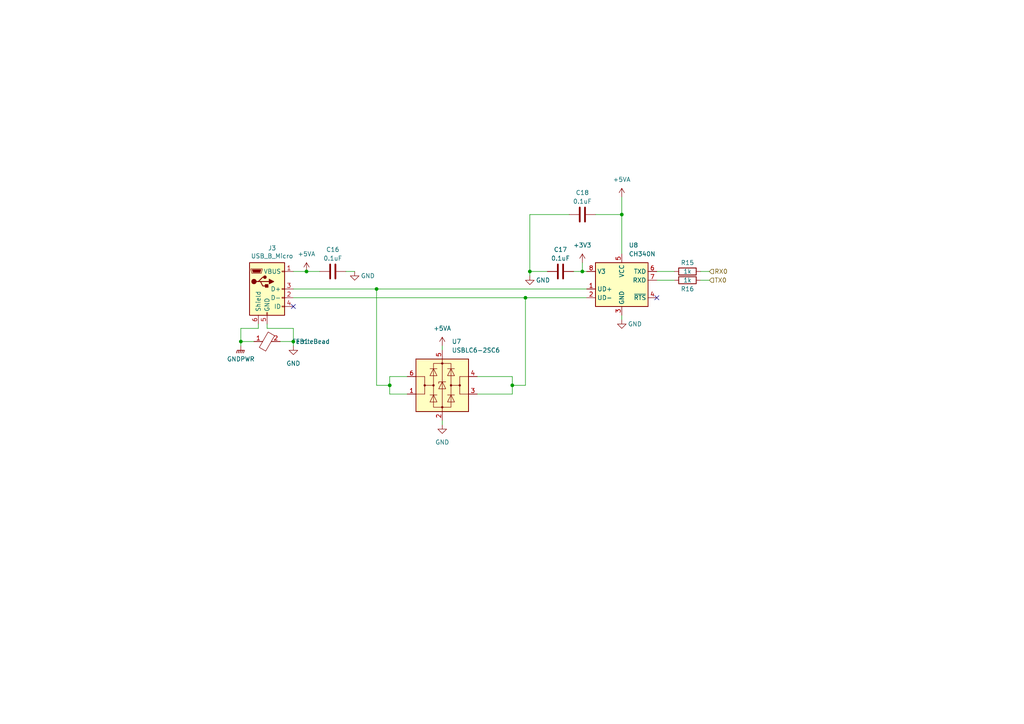
<source format=kicad_sch>
(kicad_sch (version 20211123) (generator eeschema)
  (paper "A4")
  (lib_symbols
    (symbol "Connector:USB_B_Micro" (pin_names (offset 1.016))
      (property "Reference" "J" (at -5.08 11.43 0))
      (property "Value" "USB_B_Micro" (at -5.08 8.89 0))
      (symbol "USB_B_Micro_0_1"
        (rectangle (start -5.08 -7.62) (end 5.08 7.62) (stroke (width 0.254)) (fill (type background)))
        (circle (center -3.81 2.159) (radius 0.635) (stroke (width 0.254)) (fill (type outline)))
        (circle (center -0.635 3.429) (radius 0.381) (stroke (width 0.254)) (fill (type outline)))
        (rectangle (start -0.127 -7.62) (end 0.127 -6.858))
        (polyline (pts (xy -1.905 2.159) (xy 0.635 2.159)) (stroke (width 0.254)))
        (polyline (pts (xy -3.175 2.159) (xy -2.54 2.159) (xy -1.27 3.429) (xy -0.635 3.429)) (stroke (width 0.254)))
        (polyline (pts (xy -2.54 2.159) (xy -1.905 2.159) (xy -1.27 0.889) (xy 0 0.889)) (stroke (width 0.254)))
        (polyline (pts (xy 0.635 2.794) (xy 0.635 1.524) (xy 1.905 2.159) (xy 0.635 2.794)) (stroke (width 0.254)) (fill (type outline)))
        (polyline (pts (xy -4.318 5.588) (xy -1.778 5.588) (xy -2.032 4.826) (xy -4.064 4.826) (xy -4.318 5.588)) (fill (type outline)))
        (polyline (pts (xy -4.699 5.842) (xy -4.699 5.588) (xy -4.445 4.826) (xy -4.445 4.572) (xy -1.651 4.572) (xy -1.651 4.826) (xy -1.397 5.588) (xy -1.397 5.842) (xy -4.699 5.842)))
        (rectangle (start 0.254 1.27) (end -0.508 0.508) (stroke (width 0.254)) (fill (type outline)))
        (rectangle (start 5.08 -5.207) (end 4.318 -4.953))
        (rectangle (start 5.08 -2.667) (end 4.318 -2.413))
        (rectangle (start 5.08 -0.127) (end 4.318 0.127))
        (rectangle (start 5.08 4.953) (end 4.318 5.207))
      )
      (symbol "USB_B_Micro_1_1"
        (pin power_out line (at 7.62 5.08 180) (length 2.54) (name "VBUS") (number "1"))
        (pin bidirectional line (at 7.62 -2.54 180) (length 2.54) (name "D-") (number "2"))
        (pin bidirectional line (at 7.62 0 180) (length 2.54) (name "D+") (number "3"))
        (pin passive line (at 7.62 -5.08 180) (length 2.54) (name "ID") (number "4"))
        (pin power_out line (at 0 -10.16 90) (length 2.54) (name "GND") (number "5"))
        (pin passive line (at -2.54 -10.16 90) (length 2.54) (name "Shield") (number "6"))
      )
    )
    (symbol "Device:C" (pin_numbers hide) (pin_names (offset 0.254))
      (property "Reference" "C" (at 0.635 2.54 0))
      (property "Value" "C" (at 0.635 -2.54 0))
      (symbol "C_0_1"
        (polyline (pts (xy -2.032 -0.762) (xy 2.032 -0.762)) (stroke (width 0.508)))
        (polyline (pts (xy -2.032 0.762) (xy 2.032 0.762)) (stroke (width 0.508)))
      )
      (symbol "C_1_1"
        (pin passive line (at 0 3.81 270) (length 2.794) (name "~") (number "1"))
        (pin passive line (at 0 -3.81 90) (length 2.794) (name "~") (number "2"))
      )
    )
    (symbol "Device:FerriteBead" (pin_names (offset 0) hide)
      (property "Reference" "FB1" (at 0 -10.16 90))
      (property "Value" "FerriteBead" (at 0 -12.7 90))
      (symbol "FerriteBead_0_1"
        (polyline (pts (xy 0 -1.27) (xy 0 -1.2192)))
        (polyline (pts (xy 0 1.27) (xy 0 1.2954)))
        (polyline (pts (xy -2.7686 0.4064) (xy -1.7018 2.2606) (xy 2.7686 -0.3048) (xy 1.6764 -2.159) (xy -2.7686 0.4064)))
      )
      (symbol "FerriteBead_1_1"
        (pin power_out line (at 0 3.81 270) (length 2.54) (name "~") (number "1"))
        (pin passive line (at 0 -3.81 90) (length 2.54) (name "~") (number "2"))
      )
    )
    (symbol "Device:R" (pin_numbers hide) (pin_names (offset 0))
      (property "Reference" "R" (at 2.032 0 90))
      (property "Value" "R" (at 0 0 90))
      (symbol "R_0_1"
        (rectangle (start -1.016 -2.54) (end 1.016 2.54) (stroke (width 0.254)))
      )
      (symbol "R_1_1"
        (pin passive line (at 0 3.81 270) (length 1.27) (name "~") (number "1"))
        (pin passive line (at 0 -3.81 90) (length 1.27) (name "~") (number "2"))
      )
    )
    (symbol "Interface_USB:CH330N"
      (property "Reference" "U" (at -7.62 6.35 0))
      (property "Value" "CH330N" (at 7.62 6.35 0))
      (symbol "CH330N_0_1"
        (rectangle (start -7.62 5.08) (end 7.62 -7.62) (stroke (width 0.254)) (fill (type background)))
      )
      (symbol "CH330N_1_1"
        (pin bidirectional line (at -10.16 -2.54 0) (length 2.54) (name "UD+") (number "1"))
        (pin bidirectional line (at -10.16 -5.08 0) (length 2.54) (name "UD-") (number "2"))
        (pin power_in line (at 0 -10.16 90) (length 2.54) (name "GND") (number "3"))
        (pin output line (at 10.16 -5.08 180) (length 2.54) (name "~{RTS}") (number "4"))
        (pin power_in line (at 0 7.62 270) (length 2.54) (name "VCC") (number "5"))
        (pin output line (at 10.16 2.54 180) (length 2.54) (name "TXD") (number "6"))
        (pin input line (at 10.16 0 180) (length 2.54) (name "RXD") (number "7"))
        (pin passive line (at -10.16 2.54 0) (length 2.54) (name "V3") (number "8"))
      )
    )
    (symbol "Power_Protection:USBLC6-2SC6" (pin_names hide)
      (property "Reference" "U" (at 2.54 8.89 0))
      (property "Value" "USBLC6-2SC6" (at 2.54 -8.89 0))
      (symbol "USBLC6-2SC6_0_1"
        (rectangle (start -7.62 -7.62) (end 7.62 7.62) (stroke (width 0.254)) (fill (type background)))
        (circle (center -5.08 0) (radius 0.254) (fill (type outline)))
        (circle (center -2.54 0) (radius 0.254) (fill (type outline)))
        (rectangle (start -2.54 6.35) (end 2.54 -6.35))
        (circle (center 0 -6.35) (radius 0.254) (fill (type outline)))
        (polyline (pts (xy -5.08 -2.54) (xy -7.62 -2.54)))
        (polyline (pts (xy -5.08 0) (xy -5.08 -2.54)))
        (polyline (pts (xy -5.08 2.54) (xy -7.62 2.54)))
        (polyline (pts (xy -1.524 -2.794) (xy -3.556 -2.794)))
        (polyline (pts (xy -1.524 4.826) (xy -3.556 4.826)))
        (polyline (pts (xy 0 -7.62) (xy 0 -6.35)))
        (polyline (pts (xy 0 -6.35) (xy 0 1.27)))
        (polyline (pts (xy 0 1.27) (xy 0 6.35)))
        (polyline (pts (xy 0 6.35) (xy 0 7.62)))
        (polyline (pts (xy 1.524 -2.794) (xy 3.556 -2.794)))
        (polyline (pts (xy 1.524 4.826) (xy 3.556 4.826)))
        (polyline (pts (xy 5.08 -2.54) (xy 7.62 -2.54)))
        (polyline (pts (xy 5.08 0) (xy 5.08 -2.54)))
        (polyline (pts (xy 5.08 2.54) (xy 7.62 2.54)))
        (polyline (pts (xy -2.54 0) (xy -5.08 0) (xy -5.08 2.54)))
        (polyline (pts (xy 2.54 0) (xy 5.08 0) (xy 5.08 2.54)))
        (polyline (pts (xy -3.556 -4.826) (xy -1.524 -4.826) (xy -2.54 -2.794) (xy -3.556 -4.826)))
        (polyline (pts (xy -3.556 2.794) (xy -1.524 2.794) (xy -2.54 4.826) (xy -3.556 2.794)))
        (polyline (pts (xy -1.016 -1.016) (xy 1.016 -1.016) (xy 0 1.016) (xy -1.016 -1.016)))
        (polyline (pts (xy 1.016 1.016) (xy 0.762 1.016) (xy -1.016 1.016) (xy -1.016 0.508)))
        (polyline (pts (xy 3.556 -4.826) (xy 1.524 -4.826) (xy 2.54 -2.794) (xy 3.556 -4.826)))
        (polyline (pts (xy 3.556 2.794) (xy 1.524 2.794) (xy 2.54 4.826) (xy 3.556 2.794)))
        (circle (center 0 6.35) (radius 0.254) (fill (type outline)))
        (circle (center 2.54 0) (radius 0.254) (fill (type outline)))
        (circle (center 5.08 0) (radius 0.254) (fill (type outline)))
      )
      (symbol "USBLC6-2SC6_1_1"
        (pin passive line (at -10.16 -2.54 0) (length 2.54) (name "I/O1") (number "1"))
        (pin passive line (at 0 -10.16 90) (length 2.54) (name "GND") (number "2"))
        (pin passive line (at 10.16 -2.54 180) (length 2.54) (name "I/O2") (number "3"))
        (pin passive line (at 10.16 2.54 180) (length 2.54) (name "I/O2") (number "4"))
        (pin passive line (at 0 10.16 270) (length 2.54) (name "VBUS") (number "5"))
        (pin passive line (at -10.16 2.54 0) (length 2.54) (name "I/O1") (number "6"))
      )
    )
    (symbol "power:+3.3V" (power) (pin_names (offset 0))
      (property "Value" "+3.3V" (at 0 3.556 0))
      (symbol "+3.3V_0_1"
        (polyline (pts (xy -0.762 1.27) (xy 0 2.54)))
        (polyline (pts (xy 0 0) (xy 0 2.54)))
        (polyline (pts (xy 0 2.54) (xy 0.762 1.27)))
      )
      (symbol "+3.3V_1_1"
        (pin power_in line (at 0 0 90) (length 0) hide (name "+3V3") (number "1"))
      )
    )
    (symbol "power:+5VA" (power) (pin_names (offset 0))
      (property "Value" "+5VA" (at 0 3.556 0))
      (symbol "+5VA_0_1"
        (polyline (pts (xy -0.762 1.27) (xy 0 2.54)))
        (polyline (pts (xy 0 0) (xy 0 2.54)))
        (polyline (pts (xy 0 2.54) (xy 0.762 1.27)))
      )
      (symbol "+5VA_1_1"
        (pin power_in line (at 0 0 90) (length 0) hide (name "+5VA") (number "1"))
      )
    )
    (symbol "power:GND" (power) (pin_names (offset 0))
      (property "Value" "GND" (at 0 -3.81 0))
      (symbol "GND_0_1"
        (polyline (pts (xy 0 0) (xy 0 -1.27) (xy 1.27 -1.27) (xy 0 -2.54) (xy -1.27 -1.27) (xy 0 -1.27)))
      )
      (symbol "GND_1_1"
        (pin power_in line (at 0 0 270) (length 0) hide (name "GND") (number "1"))
      )
    )
    (symbol "power:GNDPWR" (power) (pin_names (offset 0))
      (property "Value" "GNDPWR" (at 0 -3.302 0))
      (symbol "GNDPWR_0_1"
        (polyline (pts (xy 0 -1.27) (xy 0 0)))
        (polyline (pts (xy -1.016 -1.27) (xy -1.27 -2.032) (xy -1.27 -2.032)) (stroke (width 0.2032)))
        (polyline (pts (xy -0.508 -1.27) (xy -0.762 -2.032) (xy -0.762 -2.032)) (stroke (width 0.2032)))
        (polyline (pts (xy 0 -1.27) (xy -0.254 -2.032) (xy -0.254 -2.032)) (stroke (width 0.2032)))
        (polyline (pts (xy 0.508 -1.27) (xy 0.254 -2.032) (xy 0.254 -2.032)) (stroke (width 0.2032)))
        (polyline (pts (xy 1.016 -1.27) (xy -1.016 -1.27) (xy -1.016 -1.27)) (stroke (width 0.2032)))
        (polyline (pts (xy 1.016 -1.27) (xy 0.762 -2.032) (xy 0.762 -2.032) (xy 0.762 -2.032)) (stroke (width 0.2032)))
      )
      (symbol "GNDPWR_1_1"
        (pin power_in line (at 0 0 270) (length 0) hide (name "GNDPWR") (number "1"))
      )
    )
  )
  (junction (at 85.09 99.06))
  (junction (at 168.91 78.74))
  (junction (at 148.59 111.76))
  (junction (at 152.4 86.36))
  (junction (at 180.34 62.23))
  (junction (at 153.67 78.74))
  (junction (at 88.9 78.74))
  (junction (at 109.22 83.82))
  (junction (at 69.85 99.06))
  (junction (at 113.03 111.76))
  (no_connect (at 85.09 88.9))
  (no_connect (at 190.5 86.36))
  (wire (pts (xy 109.22 83.82) (xy 170.18 83.82)))
  (wire (pts (xy 180.34 57.15) (xy 180.34 62.23)))
  (wire (pts (xy 69.85 95.25) (xy 74.93 95.25)))
  (wire (pts (xy 148.59 111.76) (xy 152.4 111.76)))
  (wire (pts (xy 190.5 81.28) (xy 195.58 81.28)))
  (wire (pts (xy 118.11 109.22) (xy 113.03 109.22)))
  (wire (pts (xy 74.93 95.25) (xy 74.93 93.98)))
  (wire (pts (xy 203.2 81.28) (xy 205.74 81.28)))
  (wire (pts (xy 168.91 76.2) (xy 168.91 78.74)))
  (wire (pts (xy 85.09 95.25) (xy 85.09 99.06)))
  (wire (pts (xy 172.72 62.23) (xy 180.34 62.23)))
  (wire (pts (xy 190.5 78.74) (xy 195.58 78.74)))
  (wire (pts (xy 165.1 62.23) (xy 153.67 62.23)))
  (wire (pts (xy 166.37 78.74) (xy 168.91 78.74)))
  (wire (pts (xy 118.11 114.3) (xy 113.03 114.3)))
  (wire (pts (xy 152.4 86.36) (xy 170.18 86.36)))
  (wire (pts (xy 153.67 80.01) (xy 153.67 78.74)))
  (wire (pts (xy 85.09 86.36) (xy 152.4 86.36)))
  (wire (pts (xy 153.67 78.74) (xy 158.75 78.74)))
  (wire (pts (xy 109.22 83.82) (xy 109.22 111.76)))
  (wire (pts (xy 152.4 111.76) (xy 152.4 86.36)))
  (wire (pts (xy 81.28 99.06) (xy 85.09 99.06)))
  (wire (pts (xy 180.34 91.44) (xy 180.34 92.71)))
  (wire (pts (xy 180.34 62.23) (xy 180.34 73.66)))
  (wire (pts (xy 85.09 83.82) (xy 109.22 83.82)))
  (wire (pts (xy 69.85 99.06) (xy 73.66 99.06)))
  (wire (pts (xy 138.43 109.22) (xy 148.59 109.22)))
  (wire (pts (xy 113.03 111.76) (xy 113.03 114.3)))
  (wire (pts (xy 203.2 78.74) (xy 205.74 78.74)))
  (wire (pts (xy 168.91 78.74) (xy 170.18 78.74)))
  (wire (pts (xy 77.47 95.25) (xy 85.09 95.25)))
  (wire (pts (xy 148.59 114.3) (xy 148.59 111.76)))
  (wire (pts (xy 69.85 100.33) (xy 69.85 99.06)))
  (wire (pts (xy 77.47 93.98) (xy 77.47 95.25)))
  (wire (pts (xy 100.33 78.74) (xy 102.87 78.74)))
  (wire (pts (xy 113.03 111.76) (xy 109.22 111.76)))
  (wire (pts (xy 128.27 121.92) (xy 128.27 123.19)))
  (wire (pts (xy 85.09 99.06) (xy 85.09 100.33)))
  (wire (pts (xy 153.67 62.23) (xy 153.67 78.74)))
  (wire (pts (xy 148.59 111.76) (xy 148.59 109.22)))
  (wire (pts (xy 138.43 114.3) (xy 148.59 114.3)))
  (wire (pts (xy 128.27 100.33) (xy 128.27 101.6)))
  (wire (pts (xy 69.85 99.06) (xy 69.85 95.25)))
  (wire (pts (xy 85.09 78.74) (xy 88.9 78.74)))
  (wire (pts (xy 92.71 78.74) (xy 88.9 78.74)))
  (wire (pts (xy 113.03 109.22) (xy 113.03 111.76)))
  (hierarchical_label "RX0" (shape input) (at 205.74 78.74 0))
  (hierarchical_label "TX0" (shape input) (at 205.74 81.28 0))
  (symbol (lib_id "power:+5VA") (at 88.9 78.74 0) (unit 1)
    (property "Reference" "#PWR043" (effects hide))
    (property "Value" "+5VA" (at 88.9 73.66 0))
  )
  (symbol (lib_id "power:+5VA") (at 128.27 100.33 0) (unit 1)
    (property "Reference" "#PWR045" (effects hide))
    (property "Value" "+5VA" (at 128.27 95.25 0))
  )
  (symbol (lib_id "Connector:USB_B_Micro") (at 77.47 83.82 0) (unit 1)
    (property "Reference" "J3" (at 78.9178 71.9582 0))
    (property "Value" "USB_B_Micro" (at 78.9178 74.2696 0))
    (property "Footprint" "Connector_USB:USB_Micro-B_Molex-105017-0001" (effects hide))
  )
  (symbol (lib_id "Device:C") (at 96.52 78.74 270) (unit 1)
    (property "Reference" "C16" (at 96.52 72.39 90))
    (property "Value" "0.1uF" (at 96.52 74.93 90))
    (property "Footprint" "Capacitor_SMD:C_0805_2012Metric_Pad1.18x1.45mm_HandSolder" (effects hide))
  )
  (symbol (lib_id "Device:R") (at 199.39 81.28 270) (unit 1)
    (property "Reference" "R16" (at 199.39 83.82 90))
    (property "Value" "1k" (at 199.39 81.28 90))
  )
  (symbol (lib_id "power:GND") (at 180.34 92.71 0) (unit 1)
    (property "Reference" "#PWR050" (effects hide))
    (property "Value" "GND" (at 184.15 93.98 0))
  )
  (symbol (lib_id "power:GNDPWR") (at 69.85 100.33 0) (unit 1)
    (property "Reference" "#PWR041" (effects hide))
    (property "Value" "GNDPWR" (at 69.85 104.14 0))
  )
  (symbol (lib_id "Device:R") (at 199.39 78.74 270) (unit 1)
    (property "Reference" "R15" (at 199.39 76.2 90))
    (property "Value" "1k" (at 199.39 78.74 90))
  )
  (symbol (lib_id "power:GND") (at 102.87 78.74 0) (unit 1)
    (property "Reference" "#PWR044" (effects hide))
    (property "Value" "GND" (at 106.68 80.01 0))
  )
  (symbol (lib_id "Device:C") (at 168.91 62.23 270) (unit 1)
    (property "Reference" "C18" (at 168.91 55.88 90))
    (property "Value" "0.1uF" (at 168.91 58.42 90))
    (property "Footprint" "Capacitor_SMD:C_0805_2012Metric_Pad1.18x1.45mm_HandSolder" (effects hide))
  )
  (symbol (lib_id "Device:C") (at 162.56 78.74 270) (unit 1)
    (property "Reference" "C17" (at 162.56 72.39 90))
    (property "Value" "0.1uF" (at 162.56 74.93 90))
    (property "Footprint" "Capacitor_SMD:C_0805_2012Metric_Pad1.18x1.45mm_HandSolder" (effects hide))
  )
  (symbol (lib_id "power:+3.3V") (at 168.91 76.2 0) (unit 1)
    (property "Reference" "#PWR048" (effects hide))
    (property "Value" "+3.3V" (at 168.91 71.12 0))
  )
  (symbol (lib_id "power:GND") (at 128.27 123.19 0) (unit 1)
    (property "Reference" "#PWR046" (effects hide))
    (property "Value" "GND" (at 128.27 128.27 0))
  )
  (symbol (lib_id "Device:FerriteBead") (at 77.47 99.06 90) (unit 1)
    (property "Reference" "FB1" (at 87.63 99.06 90))
    (property "Value" "FerriteBead" (at 90.17 99.06 90))
    (property "Footprint" "Resistor_SMD:R_0805_2012Metric_Pad1.20x1.40mm_HandSolder" (effects hide))
    (property "Datasheet" "https://co.mouser.com/datasheet/2/396/TaiyoYuden_chipbeads01_e-1274227.pdf" (effects hide))
  )
  (symbol (lib_id "power:+5VA") (at 180.34 57.15 0) (unit 1)
    (property "Reference" "#PWR049" (effects hide))
    (property "Value" "+5VA" (at 180.34 52.07 0))
  )
  (symbol (lib_id "power:GND") (at 85.09 100.33 0) (unit 1)
    (property "Reference" "#PWR042" (effects hide))
    (property "Value" "GND" (at 85.09 105.41 0))
  )
  (symbol (lib_id "power:GND") (at 153.67 80.01 0) (unit 1)
    (property "Reference" "#PWR047" (effects hide))
    (property "Value" "GND" (at 157.48 81.28 0))
  )
  (symbol (lib_id "Power_Protection:USBLC6-2SC6") (at 128.27 111.76 0) (unit 1)
    (property "Reference" "U7" (at 131.0387 99.06 0) (effects (justify left)))
    (property "Value" "USBLC6-2SC6" (at 131.0387 101.6 0) (effects (justify left)))
    (property "Footprint" "Package_TO_SOT_SMD:SOT-23-6" (effects hide))
    (property "Datasheet" "https://www.st.com/resource/en/datasheet/usblc6-2.pdf" (effects hide))
  )
  (symbol (lib_id "Interface_USB:CH330N") (at 180.34 81.28 0) (unit 1)
    (property "Reference" "U8" (at 182.3594 71.12 0) (effects (justify left)))
    (property "Value" "CH340N" (at 182.3594 73.66 0) (effects (justify left)))
    (property "Footprint" "Package_SO:SOP-8_3.9x4.9mm_P1.27mm" (effects hide))
    (property "Datasheet" "http://www.wch.cn/downloads/file/240.html" (effects hide))
  )
)
</source>
